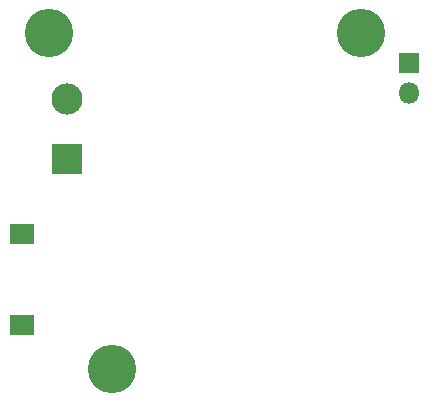
<source format=gbs>
%TF.GenerationSoftware,KiCad,Pcbnew,4.0.6*%
%TF.CreationDate,2017-08-18T11:06:42+02:00*%
%TF.ProjectId,ESP12_pcb,45535031325F7063622E6B696361645F,rev?*%
%TF.FileFunction,Soldermask,Bot*%
%FSLAX46Y46*%
G04 Gerber Fmt 4.6, Leading zero omitted, Abs format (unit mm)*
G04 Created by KiCad (PCBNEW 4.0.6) date Friday, 18 '18e' August '18e' 2017, 11:06:42*
%MOMM*%
%LPD*%
G01*
G04 APERTURE LIST*
%ADD10C,0.127000*%
%ADD11C,4.100000*%
%ADD12R,2.000000X1.700000*%
%ADD13R,1.800000X1.800000*%
%ADD14O,1.800000X1.800000*%
%ADD15R,2.640000X2.640000*%
%ADD16C,2.640000*%
G04 APERTURE END LIST*
D10*
D11*
X107950000Y-111760000D03*
X129032000Y-83312000D03*
D12*
X100330000Y-100290000D03*
X100330000Y-107990000D03*
D13*
X133096000Y-85852000D03*
D14*
X133096000Y-88392000D03*
D15*
X104140000Y-93980000D03*
D16*
X104140000Y-88900000D03*
D11*
X102616000Y-83312000D03*
M02*

</source>
